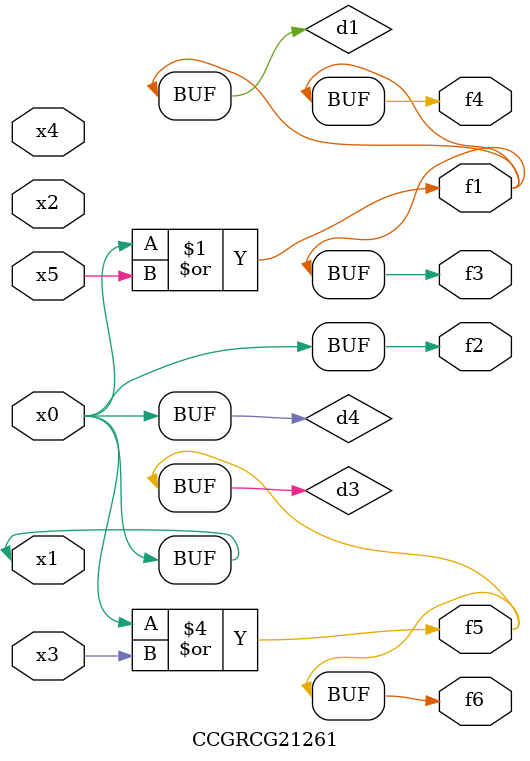
<source format=v>
module CCGRCG21261(
	input x0, x1, x2, x3, x4, x5,
	output f1, f2, f3, f4, f5, f6
);

	wire d1, d2, d3, d4;

	or (d1, x0, x5);
	xnor (d2, x1, x4);
	or (d3, x0, x3);
	buf (d4, x0, x1);
	assign f1 = d1;
	assign f2 = d4;
	assign f3 = d1;
	assign f4 = d1;
	assign f5 = d3;
	assign f6 = d3;
endmodule

</source>
